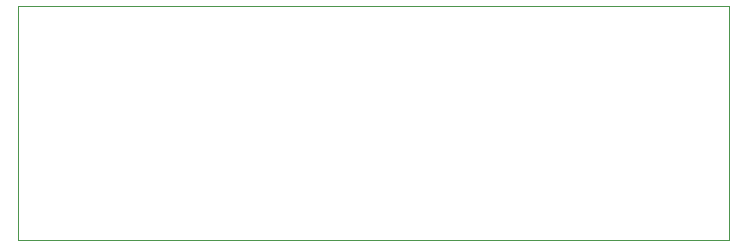
<source format=gbr>
%TF.GenerationSoftware,KiCad,Pcbnew,(6.0.2)*%
%TF.CreationDate,2023-04-03T14:54:34+02:00*%
%TF.ProjectId,IR_lights,49525f6c-6967-4687-9473-2e6b69636164,rev?*%
%TF.SameCoordinates,Original*%
%TF.FileFunction,Profile,NP*%
%FSLAX46Y46*%
G04 Gerber Fmt 4.6, Leading zero omitted, Abs format (unit mm)*
G04 Created by KiCad (PCBNEW (6.0.2)) date 2023-04-03 14:54:34*
%MOMM*%
%LPD*%
G01*
G04 APERTURE LIST*
%TA.AperFunction,Profile*%
%ADD10C,0.100000*%
%TD*%
G04 APERTURE END LIST*
D10*
X129550000Y-112775000D02*
X189725000Y-112775000D01*
X189725000Y-112775000D02*
X189725000Y-93025000D01*
X189725000Y-93025000D02*
X129550000Y-93025000D01*
X129550000Y-93025000D02*
X129550000Y-112775000D01*
M02*

</source>
